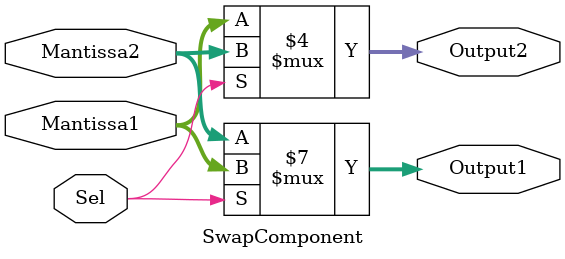
<source format=v>
`timescale 1ns / 1ps
module SwapComponent( Mantissa1 , Mantissa2 , Sel , Output1 , Output2
    );
	 
	 parameter DataSize = 8 ; // size of mantissa 
	 
	 input [ DataSize - 1 : 0 ] Mantissa1 , Mantissa2 ; // hold the both Mantissas
	 input Sel ; // to detect the outputs
	 
	 output [ DataSize - 1 : 0 ] Output1 ; // the output will be aligned
	 reg [ DataSize - 1 : 0 ] Output1 ;
	 
	 output [ DataSize - 1 : 0 ] Output2 ; // the output mantisa with the greater 
	 reg [ DataSize - 1 : 0 ] Output2 ;
	 
	 always @( Sel or Mantissa1 or Mantissa2 )
		begin 
			if ( Sel == 1'b1 )
				begin 
					Output1 = Mantissa1 ;
					Output2 = Mantissa2 ;
				end 
			else 
				begin
					Output1 = Mantissa2 ;
					Output2 = Mantissa1 ;
				end
	   end
	 
endmodule

</source>
